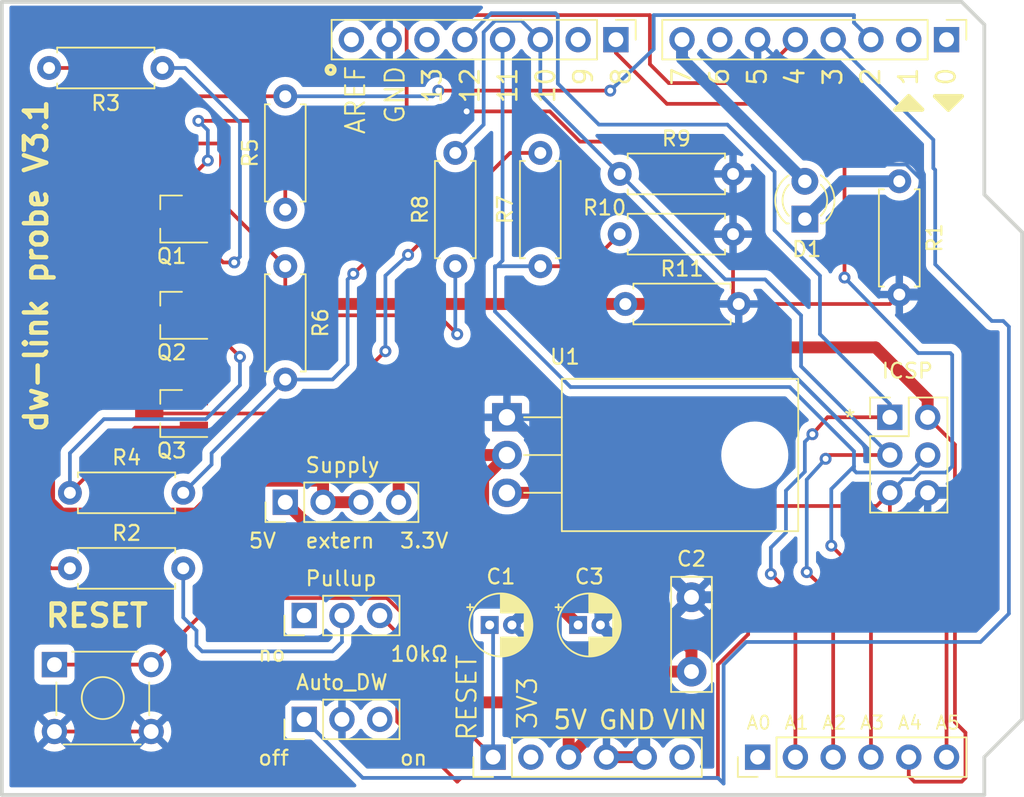
<source format=kicad_pcb>
(kicad_pcb (version 20221018) (generator pcbnew)
  (title_block (title "dw-link probe (THT)") (date "2023-09-04") (rev "1.0"))
  (layers (0 "F.Cu" signal) (31 "B.Cu" signal) (34 "B.Paste" user) (35 "F.Paste" user) (36 "B.SilkS" user "B.Silkscreen") (37 "F.SilkS" user "F.Silkscreen") (38 "B.Mask" user) (39 "F.Mask" user) (44 "Edge.Cuts" user))
  (net 0 "")
  (net 1 "GND")
  (net 2 "VCC")
  (net 3 "Net-(Auto_DW1-Pin_1)")
  (net 5 "Net-(AD1-Pad3)")
  (net 6 "Net-(AD1-Pad4)")
  (net 8 "Net-(Supply1-Pin_1)")
  (net 9 "Net-(D1-K)")
  (net 10 "Net-(D1-A)")
  (net 11 "Net-(Supply1-Pin_4)")
  (net 17 "Net-(IOL1-Pad3)")
  (net 18 "Net-(Pullup1-Pin_3)")
  (net 19 "Net-(IOL1-Pad5)")
  (net 22 "Net-(Pullup1-Pin_2)")
  (net 23 "Net-(C1-Pad1)")
  (net 26 "Net-(Q1-G)")
  (net 27 "Net-(Q2-G)")
  (net 28 "Net-(Q3-D)")
  (net 29 "Net-(Q1-S)")
  (net 30 "Net-(Q2-D)")
  (net 31 "Net-(AD1-Pad2)")
  (footprint "Resistor_THT:R_Axial_DIN0207_L6.3mm_D2.5mm_P7.62mm_Horizontal" (layer "F.Cu") (at 101.092 106.68)
    (fp_text reference "R2" (at 3.81 -2.37) (layer "F.SilkS"))
    (fp_text value "10kΩ")
    (pad "1" thru_hole circle (at 0 0) (size 1.6 1.6) (drill 0.8) (layers "*.Cu" "*.Mask") (net 2 "VCC"))
    (pad "2" thru_hole oval (at 7.62 0) (size 1.6 1.6) (drill 0.8) (layers "*.Cu" "*.Mask") (net 22 "Net-(Pullup1-Pin_2)"))
  )
  (footprint "Resistor_THT:R_Axial_DIN0207_L6.3mm_D2.5mm_P7.62mm_Horizontal" (layer "F.Cu") (at 132.715 86.36 90)
    (fp_text reference "R7" (at 3.81 -2.37 90) (layer "F.SilkS"))
    (fp_text value "680Ω")
    (pad "1" thru_hole circle (at 0 0 90) (size 1.6 1.6) (drill 0.8) (layers "*.Cu" "*.Mask") (net 6 "Net-(AD1-Pad4)"))
    (pad "2" thru_hole oval (at 7.62 0 90) (size 1.6 1.6) (drill 0.8) (layers "*.Cu" "*.Mask") (net 28 "Net-(Q3-D)"))
  )
  (footprint "Resistor_THT:R_Axial_DIN0207_L6.3mm_D2.5mm_P7.62mm_Horizontal" (layer "F.Cu") (at 138.049 80.151)
    (fp_text reference "R9" (at 3.81 -2.37) (layer "F.SilkS"))
    (fp_text value "10MΩ")
    (pad "1" thru_hole circle (at 0 0) (size 1.6 1.6) (drill 0.8) (layers "*.Cu" "*.Mask") (net 5 "Net-(AD1-Pad3)"))
    (pad "2" thru_hole oval (at 7.62 0) (size 1.6 1.6) (drill 0.8) (layers "*.Cu" "*.Mask") (net 1 "GND"))
  )
  (footprint "Resistor_THT:R_Axial_DIN0207_L6.3mm_D2.5mm_P7.62mm_Horizontal" (layer "F.Cu") (at 101.092 101.6)
    (fp_text reference "R4" (at 3.81 -2.37) (layer "F.SilkS"))
    (fp_text value "220Ω")
    (pad "1" thru_hole circle (at 0 0) (size 1.6 1.6) (drill 0.8) (layers "*.Cu" "*.Mask") (net 27 "Net-(Q2-G)"))
    (pad "2" thru_hole oval (at 7.62 0) (size 1.6 1.6) (drill 0.8) (layers "*.Cu" "*.Mask") (net 19 "Net-(IOL1-Pad5)"))
  )
  (footprint "Resistor_THT:R_Axial_DIN0207_L6.3mm_D2.5mm_P7.62mm_Horizontal" (layer "F.Cu") (at 138.43 88.9)
    (fp_text reference "R11" (at 3.81 -2.37) (layer "F.SilkS"))
    (fp_text value "10MΩ")
    (pad "1" thru_hole circle (at 0 0) (size 1.6 1.6) (drill 0.8) (layers "*.Cu" "*.Mask") (net 2 "VCC"))
    (pad "2" thru_hole oval (at 7.62 0) (size 1.6 1.6) (drill 0.8) (layers "*.Cu" "*.Mask") (net 1 "GND"))
  )
  (footprint "Connector_PinHeader_2.54mm:PinHeader_2x03_P2.54mm_Vertical" (layer "F.Cu") (at 156.21 96.52)
    (fp_text reference "JP1" hide)
    (fp_text value "ARDUINO_CONN-ICSP" hide)
    (pad "1" thru_hole rect (at 0 0) (size 1.7 1.7) (drill 1) (layers "*.Cu" "*.Mask") (net 31 "Net-(AD1-Pad2)"))
    (pad "2" thru_hole oval (at 2.54 0) (size 1.7 1.7) (drill 1) (layers "*.Cu" "*.Mask") (net 2 "VCC"))
    (pad "3" thru_hole oval (at 0 2.54) (size 1.7 1.7) (drill 1) (layers "*.Cu" "*.Mask") (net 5 "Net-(AD1-Pad3)"))
    (pad "4" thru_hole oval (at 2.54 2.54) (size 1.7 1.7) (drill 1) (layers "*.Cu" "*.Mask") (net 6 "Net-(AD1-Pad4)"))
    (pad "5" thru_hole oval (at 0 5.08) (size 1.7 1.7) (drill 1) (layers "*.Cu" "*.Mask") (net 18 "Net-(Pullup1-Pin_3)"))
    (pad "6" thru_hole oval (at 2.54 5.08) (size 1.7 1.7) (drill 1) (layers "*.Cu" "*.Mask") (net 1 "GND"))
  )
  (footprint "Package_TO_SOT_SMD:SOT-23_Handsoldering" (layer "F.Cu") (at 107.926 83.185 180)
    (fp_text reference "Q1" (at 0 -2.5 180) (layer "F.SilkS"))
    (fp_text value "IRLML6402")
    (pad "1" smd rect (at -1.5 -0.95 180) (size 1.9 0.8) (layers "F.Cu" "F.Paste" "F.Mask") (net 26 "Net-(Q1-G)"))
    (pad "2" smd rect (at -1.5 0.95 180) (size 1.9 0.8) (layers "F.Cu" "F.Paste" "F.Mask") (net 29 "Net-(Q1-S)"))
    (pad "3" smd rect (at 1.5 0 180) (size 1.9 0.8) (layers "F.Cu" "F.Paste" "F.Mask") (net 2 "VCC"))
  )
  (footprint "Connector_PinHeader_2.54mm:PinHeader_1x03_P2.54mm_Vertical" (layer "F.Cu") (at 116.84 109.855 90)
    (fp_text reference "Pullup1" hide)
    (fp_text value "Conn_01x03" hide)
    (pad "1" thru_hole rect (at 0 0 90) (size 1.7 1.7) (drill 1) (layers "*.Cu" "*.Mask"))
    (pad "2" thru_hole oval (at 0 2.54 90) (size 1.7 1.7) (drill 1) (layers "*.Cu" "*.Mask") (net 22 "Net-(Pullup1-Pin_2)"))
    (pad "3" thru_hole oval (at 0 5.08 90) (size 1.7 1.7) (drill 1) (layers "*.Cu" "*.Mask") (net 18 "Net-(Pullup1-Pin_3)"))
  )
  (footprint "Resistor_THT:R_Axial_DIN0207_L6.3mm_D2.5mm_P7.62mm_Horizontal" (layer "F.Cu") (at 127 86.36 90)
    (fp_text reference "R8" (at 3.81 -2.37 90) (layer "F.SilkS"))
    (fp_text value "680Ω")
    (pad "1" thru_hole circle (at 0 0 90) (size 1.6 1.6) (drill 0.8) (layers "*.Cu" "*.Mask") (net 30 "Net-(Q2-D)"))
    (pad "2" thru_hole oval (at 7.62 0 90) (size 1.6 1.6) (drill 0.8) (layers "*.Cu" "*.Mask") (net 5 "Net-(AD1-Pad3)"))
  )
  (footprint "Connector_PinHeader_2.54mm:PinHeader_1x08_P2.54mm_Vertical" (layer "F.Cu") (at 137.795 71.12 -90)
    (fp_text reference "IOH1" hide)
    (fp_text value "PINHD-1X8" hide)
    (pad "1" thru_hole rect (at 0 0 270) (size 1.7 1.7) (drill 1) (layers "*.Cu" "*.Mask") (net 18 "Net-(Pullup1-Pin_3)"))
    (pad "2" thru_hole oval (at 0 2.54 270) (size 1.7 1.7) (drill 1) (layers "*.Cu" "*.Mask"))
    (pad "3" thru_hole oval (at 0 5.08 270) (size 1.7 1.7) (drill 1) (layers "*.Cu" "*.Mask") (net 5 "Net-(AD1-Pad3)"))
    (pad "4" thru_hole oval (at 0 7.62 270) (size 1.7 1.7) (drill 1) (layers "*.Cu" "*.Mask") (net 6 "Net-(AD1-Pad4)"))
    (pad "5" thru_hole oval (at 0 10.16 270) (size 1.7 1.7) (drill 1) (layers "*.Cu" "*.Mask") (net 31 "Net-(AD1-Pad2)"))
    (pad "6" thru_hole oval (at 0 12.7 270) (size 1.7 1.7) (drill 1) (layers "*.Cu" "*.Mask"))
    (pad "7" thru_hole oval (at 0 15.24 270) (size 1.7 1.7) (drill 1) (layers "*.Cu" "*.Mask") (net 1 "GND"))
    (pad "8" thru_hole oval (at 0 17.78 270) (size 1.7 1.7) (drill 1) (layers "*.Cu" "*.Mask"))
  )
  (footprint "Package_TO_SOT_SMD:SOT-23_Handsoldering" (layer "F.Cu") (at 107.926 96.266 180)
    (fp_text reference "Q3" (at 0 -2.5) (layer "F.SilkS"))
    (fp_text value "IRLML6402")
    (pad "1" smd rect (at -1.5 -0.95 180) (size 1.9 0.8) (layers "F.Cu" "F.Paste" "F.Mask") (net 27 "Net-(Q2-G)"))
    (pad "2" smd rect (at -1.5 0.95 180) (size 1.9 0.8) (layers "F.Cu" "F.Paste" "F.Mask") (net 2 "VCC"))
    (pad "3" smd rect (at 1.5 0 180) (size 1.9 0.8) (layers "F.Cu" "F.Paste" "F.Mask") (net 28 "Net-(Q3-D)"))
  )
  (footprint "Connector_PinHeader_2.54mm:PinHeader_1x06_P2.54mm_Vertical" (layer "F.Cu") (at 129.54 119.38 90)
    (fp_text reference "POWER1" hide)
    (fp_text value "PINHD-1X6" hide)
    (pad "1" thru_hole rect (at 0 0 90) (size 1.7 1.7) (drill 1) (layers "*.Cu" "*.Mask") (net 23 "Net-(C1-Pad1)"))
    (pad "2" thru_hole oval (at 0 2.54 90) (size 1.7 1.7) (drill 1) (layers "*.Cu" "*.Mask"))
    (pad "3" thru_hole oval (at 0 5.08 90) (size 1.7 1.7) (drill 1) (layers "*.Cu" "*.Mask") (net 8 "Net-(Supply1-Pin_1)"))
    (pad "4" thru_hole oval (at 0 7.62 90) (size 1.7 1.7) (drill 1) (layers "*.Cu" "*.Mask") (net 1 "GND"))
    (pad "5" thru_hole oval (at 0 10.16 90) (size 1.7 1.7) (drill 1) (layers "*.Cu" "*.Mask") (net 1 "GND"))
    (pad "6" thru_hole oval (at 0 12.7 90) (size 1.7 1.7) (drill 1) (layers "*.Cu" "*.Mask"))
  )
  (footprint "Connector_PinHeader_2.54mm:PinHeader_1x06_P2.54mm_Vertical" (layer "F.Cu") (at 147.32 119.38 90)
    (fp_text reference "AD1" hide)
    (fp_text value "PINHD-1X6" hide)
    (pad "1" thru_hole rect (at 0 0 90) (size 1.7 1.7) (drill 1) (layers "*.Cu" "*.Mask"))
    (pad "2" thru_hole oval (at 0 2.54 90) (size 1.7 1.7) (drill 1) (layers "*.Cu" "*.Mask") (net 31 "Net-(AD1-Pad2)"))
    (pad "3" thru_hole oval (at 0 5.08 90) (size 1.7 1.7) (drill 1) (layers "*.Cu" "*.Mask") (net 5 "Net-(AD1-Pad3)"))
    (pad "4" thru_hole oval (at 0 7.62 90) (size 1.7 1.7) (drill 1) (layers "*.Cu" "*.Mask") (net 6 "Net-(AD1-Pad4)"))
    (pad "5" thru_hole oval (at 0 10.16 90) (size 1.7 1.7) (drill 1) (layers "*.Cu" "*.Mask") (net 2 "VCC"))
    (pad "6" thru_hole oval (at 0 12.7 90) (size 1.7 1.7) (drill 1) (layers "*.Cu" "*.Mask") (net 18 "Net-(Pullup1-Pin_3)"))
  )
  (footprint "Button_Switch_THT:SW_TH_Tactile_Omron_B3F-10xx" (layer "F.Cu") (at 100.053 113.157)
    (fp_text reference "SW1" hide)
    (fp_text value "SW_Push")
    (pad "1" thru_hole rect (at 0 0) (size 1.7 1.7) (drill 1) (layers "*.Cu" "*.Mask") (net 23 "Net-(C1-Pad1)"))
    (pad "1" thru_hole circle (at 6.5 0) (size 1.7 1.7) (drill 1) (layers "*.Cu" "*.Mask") (net 23 "Net-(C1-Pad1)"))
    (pad "2" thru_hole circle (at 0 4.5) (size 1.7 1.7) (drill 1) (layers "*.Cu" "*.Mask") (net 1 "GND"))
    (pad "2" thru_hole circle (at 6.5 4.5) (size 1.7 1.7) (drill 1) (layers "*.Cu" "*.Mask") (net 1 "GND"))
  )
  (footprint "Connector_PinHeader_2.54mm:PinHeader_1x04_P2.54mm_Vertical" (layer "F.Cu") (at 115.57 102.235 90)
    (fp_text reference "Supply1" hide)
    (fp_text value "Conn_01x04" hide)
    (pad "1" thru_hole rect (at 0 0 90) (size 1.7 1.7) (drill 1) (layers "*.Cu" "*.Mask") (net 8 "Net-(Supply1-Pin_1)"))
    (pad "2" thru_hole oval (at 0 2.54 90) (size 1.7 1.7) (drill 1) (layers "*.Cu" "*.Mask") (net 29 "Net-(Q1-S)"))
    (pad "3" thru_hole oval (at 0 5.08 90) (size 1.7 1.7) (drill 1) (layers "*.Cu" "*.Mask") (net 29 "Net-(Q1-S)"))
    (pad "4" thru_hole oval (at 0 7.62 90) (size 1.7 1.7) (drill 1) (layers "*.Cu" "*.Mask") (net 11 "Net-(Supply1-Pin_4)"))
  )
  (footprint "Capacitor_THT:CP_Radial_D4.0mm_P1.50mm" (layer "F.Cu") (at 129.31 110.49)
    (fp_text reference "C1" (at 0.75 -3.25) (layer "F.SilkS"))
    (fp_text value "10µF")
    (pad "1" thru_hole rect (at 0 0) (size 1.2 1.2) (drill 0.6) (layers "*.Cu" "*.Mask") (net 23 "Net-(C1-Pad1)"))
    (pad "2" thru_hole circle (at 1.5 0) (size 1.2 1.2) (drill 0.6) (layers "*.Cu" "*.Mask") (net 1 "GND"))
  )
  (footprint "Resistor_THT:R_Axial_DIN0207_L6.3mm_D2.5mm_P7.62mm_Horizontal" (layer "F.Cu") (at 115.57 82.55 90)
    (fp_text reference "R5" (at 3.81 -2.37 90) (layer "F.SilkS"))
    (fp_text value "10kΩ")
    (pad "1" thru_hole circle (at 0 0 90) (size 1.6 1.6) (drill 0.8) (layers "*.Cu" "*.Mask") (net 29 "Net-(Q1-S)"))
    (pad "2" thru_hole oval (at 7.62 0 90) (size 1.6 1.6) (drill 0.8) (layers "*.Cu" "*.Mask") (net 17 "Net-(IOL1-Pad3)"))
  )
  (footprint "LED_THT:LED_D3.0mm" (layer "F.Cu") (at 150.495 83.19 90)
    (fp_text reference "D1" (at -2.027 0.127 180) (layer "F.SilkS"))
    (fp_text value "LED")
    (pad "1" thru_hole rect (at 0 0 90) (size 1.8 1.8) (drill 0.9) (layers "*.Cu" "*.Mask") (net 9 "Net-(D1-K)"))
    (pad "2" thru_hole circle (at 2.54 0 90) (size 1.8 1.8) (drill 0.9) (layers "*.Cu" "*.Mask") (net 10 "Net-(D1-A)"))
  )
  (footprint "Resistor_THT:R_Axial_DIN0207_L6.3mm_D2.5mm_P7.62mm_Horizontal" (layer "F.Cu") (at 115.57 86.36 -90)
    (fp_text reference "R6" (at 3.81 -2.37 90) (layer "F.SilkS"))
    (fp_text value "10kΩ")
    (pad "1" thru_hole circle (at 0 0 270) (size 1.6 1.6) (drill 0.8) (layers "*.Cu" "*.Mask") (net 2 "VCC"))
    (pad "2" thru_hole oval (at 7.62 0 270) (size 1.6 1.6) (drill 0.8) (layers "*.Cu" "*.Mask") (net 19 "Net-(IOL1-Pad5)"))
  )
  (footprint "Package_TO_SOT_THT:TO-220-3_Horizontal_TabDown" (layer "F.Cu") (at 130.47 96.52 -90)
    (fp_text reference "U1" (at -4.064 -3.896 -180) (layer "F.SilkS"))
    (fp_text value "LM1117T-3.3" hide)
    (pad "" np_thru_hole oval (at 2.54 -16.66 270) (size 3.5 3.5) (drill 3.5) (layers "*.Cu" "*.Mask"))
    (pad "1" thru_hole rect (at 0 0 270) (size 1.905 2) (drill 1.1) (layers "*.Cu" "*.Mask") (net 1 "GND"))
    (pad "2" thru_hole oval (at 2.54 0 270) (size 1.905 2) (drill 1.1) (layers "*.Cu" "*.Mask") (net 11 "Net-(Supply1-Pin_4)"))
    (pad "3" thru_hole oval (at 5.08 0 270) (size 1.905 2) (drill 1.1) (layers "*.Cu" "*.Mask") (net 8 "Net-(Supply1-Pin_1)"))
  )
  (footprint "Package_TO_SOT_SMD:SOT-23_Handsoldering" (layer "F.Cu") (at 107.926 89.662 180)
    (fp_text reference "Q2" (at 0 -2.5 180) (layer "F.SilkS"))
    (fp_text value "IRLML6402")
    (pad "1" smd rect (at -1.5 -0.95 180) (size 1.9 0.8) (layers "F.Cu" "F.Paste" "F.Mask") (net 27 "Net-(Q2-G)"))
    (pad "2" smd rect (at -1.5 0.95 180) (size 1.9 0.8) (layers "F.Cu" "F.Paste" "F.Mask") (net 2 "VCC"))
    (pad "3" smd rect (at 1.5 0 180) (size 1.9 0.8) (layers "F.Cu" "F.Paste" "F.Mask") (net 30 "Net-(Q2-D)"))
  )
  (footprint "Resistor_THT:R_Axial_DIN0207_L6.3mm_D2.5mm_P7.62mm_Horizontal" (layer "F.Cu") (at 138.049 84.201)
    (fp_text reference "R10" (at -1.016 -1.778) (layer "F.SilkS"))
    (fp_text value "10MΩ")
    (pad "1" thru_hole circle (at 0 0) (size 1.6 1.6) (drill 0.8) (layers "*.Cu" "*.Mask") (net 6 "Net-(AD1-Pad4)"))
    (pad "2" thru_hole oval (at 7.62 0) (size 1.6 1.6) (drill 0.8) (layers "*.Cu" "*.Mask") (net 1 "GND"))
  )
  (footprint "Capacitor_THT:CP_Radial_D4.0mm_P1.50mm" (layer "F.Cu") (at 135.255 110.49)
    (fp_text reference "C3" (at 0.75 -3.25) (layer "F.SilkS"))
    (fp_text value "10µF")
    (pad "1" thru_hole rect (at 0 0) (size 1.2 1.2) (drill 0.6) (layers "*.Cu" "*.Mask") (net 11 "Net-(Supply1-Pin_4)"))
    (pad "2" thru_hole circle (at 1.5 0) (size 1.2 1.2) (drill 0.6) (layers "*.Cu" "*.Mask") (net 1 "GND"))
  )
  (footprint "Resistor_THT:R_Axial_DIN0207_L6.3mm_D2.5mm_P7.62mm_Horizontal" (layer "F.Cu") (at 156.845 80.645 -90)
    (fp_text reference "R1" (at 3.81 -2.37 90) (layer "F.SilkS"))
    (fp_text value "1kΩ")
    (pad "1" thru_hole circle (at 0 0 270) (size 1.6 1.6) (drill 0.8) (layers "*.Cu" "*.Mask") (net 9 "Net-(D1-K)"))
    (pad "2" thru_hole oval (at 7.62 0 270) (size 1.6 1.6) (drill 0.8) (layers "*.Cu" "*.Mask") (net 1 "GND"))
  )
  (footprint "Connector_PinHeader_2.54mm:PinHeader_1x03_P2.54mm_Vertical" (layer "F.Cu") (at 116.84 116.84 90)
    (fp_text reference "Auto_DW1" hide)
    (fp_text value "Conn_01x03" hide)
    (pad "1" thru_hole rect (at 0 0 90) (size 1.7 1.7) (drill 1) (layers "*.Cu" "*.Mask") (net 3 "Net-(Auto_DW1-Pin_1)"))
    (pad "2" thru_hole oval (at 0 2.54 90) (size 1.7 1.7) (drill 1) (layers "*.Cu" "*.Mask") (net 1 "GND"))
    (pad "3" thru_hole oval (at 0 5.08 90) (size 1.7 1.7) (drill 1) (layers "*.Cu" "*.Mask"))
  )
  (footprint "Capacitor_THT:C_Disc_D7.5mm_W2.5mm_P5.00mm" (layer "F.Cu") (at 142.875 113.625 90)
    (fp_text reference "C2" (at 7.58 0 180) (layer "F.SilkS"))
    (fp_text value "100nF" hide)
    (pad "1" thru_hole circle (at 0 0 90) (size 2 2) (drill 1) (layers "*.Cu" "*.Mask") (net 8 "Net-(Supply1-Pin_1)"))
    (pad "2" thru_hole circle (at 5 0 90) (size 2 2) (drill 1) (layers "*.Cu" "*.Mask") (net 1 "GND"))
  )
  (footprint "Connector_PinHeader_2.54mm:PinHeader_1x08_P2.54mm_Vertical" (layer "F.Cu") (at 160.02 71.12 -90)
    (fp_text reference "IOL1" hide)
    (fp_text value "PINHD-1X8" hide)
    (pad "1" thru_hole rect (at 0 0 270) (size 1.7 1.7) (drill 1) (layers "*.Cu" "*.Mask"))
    (pad "2" thru_hole oval (at 0 2.54 270) (size 1.7 1.7) (drill 1) (layers "*.Cu" "*.Mask"))
    (pad "3" thru_hole oval (at 0 5.08 270) (size 1.7 1.7) (drill 1) (layers "*.Cu" "*.Mask") (net 17 "Net-(IOL1-Pad3)"))
    (pad "4" thru_hole oval (at 0 7.62 270) (size 1.7 1.7) (drill 1) (layers "*.Cu" "*.Mask") (net 3 "Net-(Auto_DW1-Pin_1)"))
    (pad "5" thru_hole oval (at 0 10.16 270) (size 1.7 1.7) (drill 1) (layers "*.Cu" "*.Mask") (net 19 "Net-(IOL1-Pad5)"))
    (pad "6" thru_hole oval (at 0 12.7 270) (size 1.7 1.7) (drill 1) (layers "*.Cu" "*.Mask") (net 1 "GND"))
    (pad "7" thru_hole oval (at 0 15.24 270) (size 1.7 1.7) (drill 1) (layers "*.Cu" "*.Mask"))
    (pad "8" thru_hole oval (at 0 17.78 270) (size 1.7 1.7) (drill 1) (layers "*.Cu" "*.Mask") (net 10 "Net-(D1-A)"))
  )
  (footprint "Resistor_THT:R_Axial_DIN0207_L6.3mm_D2.5mm_P7.62mm_Horizontal" (layer "F.Cu") (at 107.315 73.025 180)
    (fp_text reference "R3" (at 3.81 -2.37) (layer "F.SilkS"))
    (fp_text value "220Ω")
    (pad "1" thru_hole circle (at 0 0 180) (size 1.6 1.6) (drill 0.8) (layers "*.Cu" "*.Mask") (net 26 "Net-(Q1-G)"))
    (pad "2" thru_hole oval (at 7.62 0 180) (size 1.6 1.6) (drill 0.8) (layers "*.Cu" "*.Mask") (net 17 "Net-(IOL1-Pad3)"))
  )
  (gr_line (start 159.639 75.057) (end 160.655 75.057) (stroke (width 0.3048)) (layer "F.SilkS"))
  (gr_line (start 157.48 74.93) (end 156.591 75.819) (stroke (width 0.3048)) (layer "F.SilkS"))
  (gr_circle (center 118.618 73.152) (end 118.872 73.152) (stroke (width 0.3048)) (fill none) (layer "F.SilkS"))
  (gr_line (start 160.147 75.819) (end 161.036 74.93) (stroke (width 0.3048)) (layer "F.SilkS"))
  (gr_line (start 160.147 75.311) (end 160.147 75.438) (stroke (width 0.3048)) (layer "F.SilkS"))
  (gr_line (start 157.226 75.692) (end 157.607 75.438) (stroke (width 0.3048)) (layer "F.SilkS"))
  (gr_line (start 160.147 75.565) (end 159.766 75.184) (stroke (width 0.3048)) (layer "F.SilkS"))
  (gr_line (start 159.258 74.93) (end 160.147 75.819) (stroke (width 0.3048)) (layer "F.SilkS"))
  (gr_line (start 156.591 75.819) (end 158.369 75.819) (stroke (width 0.3048)) (layer "F.SilkS"))
  (gr_line (start 157.48 75.184) (end 157.988 75.692) (stroke (width 0.3048)) (layer "F.SilkS"))
  (gr_line (start 158.369 75.819) (end 157.48 74.93) (stroke (width 0.3048)) (layer "F.SilkS"))
  (gr_line (start 156.972 75.692) (end 157.48 75.184) (stroke (width 0.3048)) (layer "F.SilkS"))
  (gr_line (start 161.036 74.93) (end 159.258 74.93) (stroke (width 0.3048)) (layer "F.SilkS"))
  (gr_line (start 157.988 75.692) (end 157.226 75.692) (stroke (width 0.3048)) (layer "F.SilkS"))
  (gr_line (start 160.655 75.057) (end 160.147 75.565) (stroke (width 0.3048)) (layer "F.SilkS"))
  (gr_line (start 159.766 75.184) (end 160.274 75.184) (stroke (width 0.3048)) (layer "F.SilkS"))
  (gr_line (start 165.1 84.074) (end 165.1 116.84) (stroke (width 0.254)) (layer "Edge.Cuts"))
  (gr_line (start 96.52 121.92) (end 96.52 68.58) (stroke (width 0.254)) (layer "Edge.Cuts"))
  (gr_line (start 165.1 116.84) (end 162.56 119.38) (stroke (width 0.254)) (layer "Edge.Cuts"))
  (gr_line (start 161.036 68.58) (end 162.56 70.104) (stroke (width 0.254)) (layer "Edge.Cuts"))
  (gr_line (start 96.52 68.58) (end 161.036 68.58) (stroke (width 0.254)) (layer "Edge.Cuts"))
  (gr_line (start 162.56 121.92) (end 96.52 121.92) (stroke (width 0.254)) (layer "Edge.Cuts"))
  (gr_line (start 162.56 81.534) (end 165.1 84.074) (stroke (width 0.254)) (layer "Edge.Cuts"))
  (gr_line (start 162.56 70.104) (end 162.56 81.534) (stroke (width 0.254)) (layer "Edge.Cuts"))
  (gr_line (start 162.56 119.38) (end 162.56 121.92) (stroke (width 0.254)) (layer "Edge.Cuts"))
  (gr_text "3" (at 151.638 72.898 90) (layer "F.SilkS") (effects (font (size 1.251712 1.251712) (thickness 0.170688)) (justify right top)))
  (gr_text "5V" (at 133.477 117.602) (layer "F.SilkS") (effects (font (size 1.251712 1.251712) (thickness 0.170688)) (justify left bottom)))
  (gr_text "dw-link probe V3.1" (at 99.695 97.663 90) (layer "F.SilkS") (effects (font (size 1.5 1.5) (thickness 0.3) bold) (justify left bottom)))
  (gr_text "A0" (at 146.5086 117.5898) (layer "F.SilkS") (effects (font (size 0.89408 0.89408) (thickness 0.12192)) (justify left bottom)))
  (gr_text "RESET" (at 128.524 118.364 90) (layer "F.SilkS") (effects (font (size 1.28016 1.28016) (thickness 0.14224)) (justify left bottom)))
  (gr_text "no" (at 113.665 113.03) (layer "F.SilkS") (effects (font (size 1 1)) (justify left bottom)))
  (gr_text "10kΩ" (at 122.555 113.03) (layer "F.SilkS") (effects (font (size 1 1)) (justify left bottom)))
  (gr_text "Supply" (at 116.84 100.33) (layer "F.SilkS") (effects (font (size 1 1)) (justify left bottom)))
  (gr_text "A4" (at 156.6686 117.5898) (layer "F.SilkS") (effects (font (size 0.89408 0.89408) (thickness 0.12192)) (justify left bottom)))
  (gr_text "1" (at 156.718 72.898 90) (layer "F.SilkS") (effects (font (size 1.251712 1.251712) (thickness 0.170688)) (justify right top)))
  (gr_text "3.3V" (at 123.19 105.41) (layer "F.SilkS") (effects (font (size 1 1)) (justify left bottom)))
  (gr_text "A1" (at 149.0486 117.5898) (layer "F.SilkS") (effects (font (size 0.89408 0.89408) (thickness 0.12192)) (justify left bottom)))
  (gr_text "GND" (at 122.193 72.7832 90) (layer "F.SilkS") (effects (font (size 1.28016 1.28016) (thickness 0.14224)) (justify right top)))
  (gr_text "A2" (at 151.5886 117.5898) (layer "F.SilkS") (effects (font (size 0.89408 0.89408) (thickness 0.12192)) (justify left bottom)))
  (gr_text "8" (at 137.414 72.898 90) (layer "F.SilkS") (effects (font (size 1.251712 1.251712) (thickness 0.170688)) (justify right top)))
  (gr_text "A5" (at 159.2086 117.5898) (layer "F.SilkS") (effects (font (size 0.89408 0.89408) (thickness 0.12192)) (justify left bottom)))
  (gr_text "11" (at 129.794 72.898 90) (layer "F.SilkS") (effects (font (size 1.251712 1.251712) (thickness 0.170688)) (justify right top)))
  (gr_text "10" (at 132.334 72.898 90) (layer "F.SilkS") (effects (font (size 1.251712 1.251712) (thickness 0.170688)) (justify right top)))
  (gr_text "3V3" (at 132.588 117.602 90) (layer "F.SilkS") (effects (font (size 1.28016 1.28016) (thickness 0.14224)) (justify left bottom)))
  (gr_text "*" (at 153.035 97.155) (layer "F.SilkS") (effects (font (size 1 1)) (justify left bottom)))
  (gr_text "on" (at 123.19 120.015) (layer "F.SilkS") (effects (font (size 1 1)) (justify left bottom)))
  (gr_text "6" (at 144.018 72.898 90) (layer "F.SilkS") (effects (font (size 1.251712 1.251712) (thickness 0.170688)) (justify right top)))
  (gr_text "RESET" (at 99.314 110.744) (layer "F.SilkS") (effects (font (size 1.5 1.5) (thickness 0.3) bold) (justify left bottom)))
  (gr_text "GND" (at 136.5334 117.6152) (layer "F.SilkS") (effects (font (size 1.251712 1.251712) (thickness 0.170688)) (justify left bottom)))
  (gr_text "4" (at 149.098 72.898 90) (layer "F.SilkS") (effects (font (size 1.251712 1.251712) (thickness 0.170688)) (justify right top)))
  (gr_text "extern" (at 116.84 105.41) (layer "F.SilkS") (effects (font (size 1 1)) (justify left bottom)))
  (gr_text "5" (at 146.558 72.898 90) (layer "F.SilkS") (effects (font (size 1.251712 1.251712) (thickness 0.170688)) (justify right top)))
  (gr_text "12" (at 127.254 72.898 90) (layer "F.SilkS") (effects (font (size 1.251712 1.251712) (thickness 0.170688)) (justify right top)))
  (gr_text "A3" (at 154.1286 117.5898) (layer "F.SilkS") (effects (font (size 0.89408 0.89408) (thickness 0.12192)) (justify left bottom)))
  (gr_text "0" (at 159.258 72.898 90) (layer "F.SilkS") (effects (font (size 1.251712 1.251712) (thickness 0.170688)) (justify right top)))
  (gr_text "Auto_DW" (at 116.205 114.935) (layer "F.SilkS") (effects (font (size 1 1)) (justify left bottom)))
  (gr_text "AREF" (at 119.5368 72.7578 90) (layer "F.SilkS") (effects (font (size 1.28016 1.28016) (thickness 0.14224)) (justify right top)))
  (gr_text "Pullup" (at 116.84 107.95) (layer "F.SilkS") (effects (font (size 1 1)) (justify left bottom)))
  (gr_text "9" (at 134.874 72.898 90) (layer "F.SilkS") (effects (font (size 1.251712 1.251712) (thickness 0.170688)) (justify right top)))
  (gr_text "7" (at 141.478 72.898 90) (layer "F.SilkS") (effects (font (size 1.251712 1.251712) (thickness 0.170688)) (justify right top)))
  (gr_text "VIN" (at 140.843 117.602) (layer "F.SilkS") (effects (font (size 1.251712 1.251712) (thickness 0.170688)) (justify left bottom)))
  (gr_text "13" (at 124.714 72.898 90) (layer "F.SilkS") (effects (font (size 1.251712 1.251712) (thickness 0.170688)) (justify right top)))
  (gr_text "off" (at 113.665 120.015) (layer "F.SilkS") (effects (font (size 1 1)) (justify left bottom)))
  (gr_text "2" (at 154.178 72.898 90) (layer "F.SilkS") (effects (font (size 1.251712 1.251712) (thickness 0.170688)) (justify right top)))
  (gr_text "5V" (at 113.03 105.41) (layer "F.SilkS") (effects (font (size 1 1)) (justify left bottom)))
  (gr_text "ICSP" (at 155.575 93.98) (layer "F.SilkS") (effects (font (size 1 1)) (justify left bottom)))
  (segment (start 146.05 88.9) (end 156.21 88.9) (width 0.25) (layer "F.Cu") (net 1))
  (segment (start 145.288 77.978) (end 135.382 77.978) (width 0.25) (layer "F.Cu") (net 1))
  (segment (start 145.669 78.359) (end 145.288 77.978) (width 0.25) (layer "F.Cu") (net 1))
  (segment (start 133.35 75.946) (end 127.762 75.946) (width 0.25) (layer "F.Cu") (net 1))
  (segment (start 135.382 77.978) (end 133.35 75.946) (width 0.25) (layer "F.Cu") (net 1))
  (segment (start 127.762 75.946) (end 127.635 75.946) (width 0.25) (layer "F.Cu") (net 1))
  (segment (start 145.669 80.151) (end 145.669 78.359) (width 0.25) (layer "F.Cu") (net 1))
  (segment (start 137.16 119.38) (end 139.7 119.38) (width 0.8) (layer "F.Cu") (net 1))
  (segment (start 145.669 84.201) (end 145.669 88.519) (width 0.25) (layer "F.Cu") (net 1))
  (segment (start 156.21 88.9) (end 156.845 88.265) (width 0.25) (layer "F.Cu") (net 1))
  (segment (start 145.669 88.519) (end 146.05 88.9) (width 0.25) (layer "F.Cu") (net 1))
  (segment (start 100.053 117.657) (end 106.553 117.657) (width 0.25) (layer "F.Cu") (net 1))
  (via (at 127.762 75.946) (size 0.8) (drill 0.4) (layers "F.Cu" "B.Cu") (net 1))
  (segment (start 161.671 101.6) (end 161.925 101.854) (width 0.8) (layer "B.Cu") (net 1))
  (segment (start 139.7 119.38) (end 139.7 111.8) (width 0.8) (layer "B.Cu") (net 1))
  (segment (start 127 73.279) (end 123.063 73.279) (width 0.25) (layer "B.Cu") (net 1))
  (segment (start 106.553 117.657) (end 107.37 116.84) (width 0.25) (layer "B.Cu") (net 1))
  (segment (start 120.904 112.141) (end 126.238 112.141) (width 0.25) (layer "B.Cu") (net 1))
  (segment (start 136.455 109.29) (end 132.01 109.29) (width 0.8) (layer "B.Cu") (net 1))
  (segment (start 130.77 96.52) (end 130.47 96.52) (width 0.8) (layer "B.Cu") (net 1))
  (segment (start 115.443 115.887) (end 115.887 115.443) (width 0.25) (layer "B.Cu") (net 1))
  (segment (start 119.38 115.443) (end 119.38 113.665) (width 0.25) (layer "B.Cu") (net 1))
  (segment (start 127.762 74.041) (end 127 73.279) (width 0.25) (layer "B.Cu") (net 1))
  (segment (start 161.925 91.313) (end 162.306 90.932) (width 0.8) (layer "B.Cu") (net 1))
  (segment (start 136.755 109.59) (end 136.455 109.29) (width 0.8) (layer "B.Cu") (net 1))
  (segment (start 122.555 72.771) (end 122.555 71.12) (width 0.25) (layer "B.Cu") (net 1))
  (segment (start 127 107.315) (end 130.683 107.315) (width 0.25) (layer "B.Cu") (net 1))
  (segment (start 145.669 80.151) (end 145.669 84.201) (width 0.25) (layer "B.Cu") (net 1))
  (segment (start 119.38 116.84) (end 119.38 115.443) (width 0.25) (layer "B.Cu") (net 1))
  (segment (start 136.755 110.49) (end 136.755 109.59) (width 0.8) (layer "B.Cu") (net 1))
  (segment (start 126.238 112.141) (end 126.238 108.077) (width 0.25) (layer "B.Cu") (net 1))
  (segment (start 142.875 108.625) (end 151.725 108.625) (width 0.8) (layer "B.Cu") (net 1))
  (segment (start 138.065 111.8) (end 136.755 110.49) (width 0.8) (layer "B.Cu") (net 1))
  (segment (start 132.01 109.29) (end 131.699 109.601) (width 0.8) (layer "B.Cu") (net 1))
  (segment (start 147.32 71.12) (end 155.72 79.52) (width 0.25) (layer "B.Cu") (net 1))
  (segment (start 119.38 113.665) (end 120.904 112.141) (width 0.25) (layer "B.Cu") (net 1))
  (segment (start 126.238 108.077) (end 127 107.315) (width 0.25) (layer "B.Cu") (net 1))
  (segment (start 151.725 108.625) (end 158.75 101.6) (width 0.8) (layer "B.Cu") (net 1))
  (segment (start 159.639 88.265) (end 156.845 88.265) (width 0.8) (layer "B.Cu") (net 1))
  (segment (start 139.7 111.8) (end 142.875 108.625) (width 0.8) (layer "B.Cu") (net 1))
  (segment (start 130.683 107.315) (end 131.699 108.331) (width 0.25) (layer "B.Cu") (net 1))
  (segment (start 142.875 108.625) (end 130.77 96.52) (width 0.8) (layer "B.Cu") (net 1))
  (segment (start 158.496 80.705009) (end 158.496 88.265) (width 0.25) (layer "B.Cu") (net 1))
  (segment (start 158.75 101.6) (end 161.671 101.6) (width 0.8) (layer "B.Cu") (net 1))
  (segment (start 157.310991 79.52) (end 158.496 80.705009) (width 0.25) (layer "B.Cu") (net 1))
  (segment (start 131.699 108.331) (end 131.699 109.601) (width 0.25) (layer "B.Cu") (net 1))
  (segment (start 115.887 115.443) (end 119.38 115.443) (width 0.25) (layer "B.Cu") (net 1))
  (segment (start 161.925 101.854) (end 161.925 91.313) (width 0.8) (layer "B.Cu") (net 1))
  (segment (start 107.37 116.84) (end 115.443 116.84) (width 0.25) (layer "B.Cu") (net 1))
  (segment (start 139.7 111.8) (end 138.065 111.8) (width 0.8) (layer "B.Cu") (net 1))
  (segment (start 131.699 109.601) (end 130.81 110.49) (width 0.8) (layer "B.Cu") (net 1))
  (segment (start 162.306 90.932) (end 159.639 88.265) (width 0.8) (layer "B.Cu") (net 1))
  (segment (start 115.443 116.84) (end 115.443 115.887) (width 0.25) (layer "B.Cu") (net 1))
  (segment (start 123.063 73.279) (end 122.555 72.771) (width 0.25) (layer "B.Cu") (net 1))
  (segment (start 127.762 75.946) (end 127.762 74.041) (width 0.25) (layer "B.Cu") (net 1))
  (segment (start 155.72 79.52) (end 157.310991 79.52) (width 0.25) (layer "B.Cu") (net 1))
  (segment (start 115.64537 86.36) (end 115.886176 86.119194) (width 0.25) (layer "F.Cu") (net 2))
  (segment (start 107 95.316) (end 103.378 91.694) (width 0.25) (layer "F.Cu") (net 2))
  (segment (start 111.252 78.105) (end 106.162696 78.105) (width 0.25) (layer "F.Cu") (net 2))
  (segment (start 157.48 120.65) (end 157.861 121.031) (width 0.25) (layer "F.Cu") (net 2))
  (segment (start 103.378 91.694) (end 103.378 87.249) (width 0.25) (layer "F.Cu") (net 2))
  (segment (start 99.822 106.68) (end 98.552 105.41) (width 0.25) (layer "F.Cu") (net 2))
  (segment (start 106.162696 78.105) (end 98.552 85.715696) (width 0.25) (layer "F.Cu") (net 2))
  (segment (start 109.426 88.712) (end 108.905 88.712) (width 0.8) (layer "F.Cu") (net 2))
  (segment (start 160.585 117.024) (end 160.585 98.355) (width 0.25) (layer "F.Cu") (net 2))
  (segment (start 115.57 86.36) (end 115.64537 86.36) (width 0.25) (layer "F.Cu") (net 2))
  (segment (start 108.905 88.712) (end 106.299 86.106) (width 0.8) (layer "F.Cu") (net 2))
  (segment (start 138.43 88.9) (end 116.459 88.9) (width 0.8) (layer "F.Cu") (net 2))
  (segment (start 157.48 119.38) (end 157.48 120.65) (width 0.25) (layer "F.Cu") (net 2))
  (segment (start 155.253081 91.821) (end 145.542 91.821) (width 0.8) (layer "F.Cu") (net 2))
  (segment (start 116.459 88.9) (end 115.951 88.9) (width 0.8) (layer "F.Cu") (net 2))
  (segment (start 106.426 85.979) (end 106.426 83.185) (width 0.8) (layer "F.Cu") (net 2))
  (segment (start 116.271 88.712) (end 116.459 88.9) (width 0.8) (layer "F.Cu") (net 2))
  (segment (start 111.252 82.042) (end 111.252 78.105) (width 0.25) (layer "F.Cu") (net 2))
  (segment (start 109.426 88.712) (end 116.271 88.712) (width 0.8) (layer "F.Cu") (net 2))
  (segment (start 104.394 85.979) (end 106.426 85.979) (width 0.25) (layer "F.Cu") (net 2))
  (segment (start 158.75 95.317919) (end 155.253081 91.821) (width 0.8) (layer "F.Cu") (net 2))
  (segment (start 103.251 87.122) (end 104.394 85.979) (width 0.25) (layer "F.Cu") (net 2))
  (segment (start 109.426 95.316) (end 107 95.316) (width 0.25) (layer "F.Cu") (net 2))
  (segment (start 142.621 88.9) (end 138.43 88.9) (width 0.8) (layer "F.Cu") (net 2))
  (segment (start 145.542 91.821) (end 142.621 88.9) (width 0.8) (layer "F.Cu") (net 2))
  (segment (start 161.29 117.729) (end 160.585 117.024) (width 0.25) (layer "F.Cu") (net 2))
  (segment (start 115.57 88.519) (end 115.951 88.9) (width 0.25) (layer "F.Cu") (net 2))
  (segment (start 115.57 86.36) (end 111.252 82.042) (width 0.25) (layer "F.Cu") (net 2))
  (segment (start 161.036 121.031) (end 161.29 120.777) (width 0.25) (layer "F.Cu") (net 2))
  (segment (start 103.378 87.249) (end 103.251 87.122) (width 0.25) (layer "F.Cu") (net 2))
  (segment (start 158.75 96.52) (end 158.75 95.317919) (width 0.8) (layer "F.Cu") (net 2))
  (segment (start 98.552 85.715696) (end 98.552 105.41) (width 0.25) (layer "F.Cu") (net 2))
  (segment (start 161.29 120.777) (end 161.29 117.729) (width 0.25) (layer "F.Cu") (net 2))
  (segment (start 157.861 121.031) (end 161.036 121.031) (width 0.25) (layer "F.Cu") (net 2))
  (segment (start 101.092 106.68) (end 99.822 106.68) (width 0.25) (layer "F.Cu") (net 2))
  (segment (start 115.57 86.36) (end 115.57 88.519) (width 0.25) (layer "F.Cu") (net 2))
  (segment (start 106.299 86.106) (end 106.426 85.979) (width 0.8) (layer "F.Cu") (net 2))
  (segment (start 160.585 98.355) (end 158.75 96.52) (width 0.25) (layer "F.Cu") (net 2))
  (segment (start 159.258 86.233) (end 159.258 79.883) (width 0.25) (layer "B.Cu") (net 3))
  (segment (start 162.306 111.633) (end 164.211 109.728) (width 0.25) (layer "B.Cu") (net 3))
  (segment (start 146.558 111.633) (end 162.306 111.633) (width 0.25) (layer "B.Cu") (net 3))
  (segment (start 159.258 79.883) (end 159.131 79.756) (width 0.25) (layer "B.Cu") (net 3))
  (segment (start 144.653 120.777) (end 145.034 121.158) (width 0.25) (layer "B.Cu") (net 3))
  (segment (start 164.211 90.424) (end 163.83 90.043) (width 0.25) (layer "B.Cu") (net 3))
  (segment (start 159.131 77.851) (end 152.4 71.12) (width 0.25) (layer "B.Cu") (net 3))
  (segment (start 164.211 109.728) (end 164.211 90.424) (width 0.25) (layer "B.Cu") (net 3))
  (segment (start 120.777 120.777) (end 144.653 120.777) (width 0.25) (layer "B.Cu") (net 3))
  (segment (start 145.034 121.158) (end 145.034 113.157) (width 0.25) (layer "B.Cu") (net 3))
  (segment (start 145.034 113.157) (end 146.558 111.633) (width 0.25) (layer "B.Cu") (net 3))
  (segment (start 116.84 116.84) (end 120.777 120.777) (width 0.25) (layer "B.Cu") (net 3))
  (segment (start 159.131 79.756) (end 159.131 77.851) (width 0.25) (layer "B.Cu") (net 3))
  (segment (start 163.068 90.043) (end 159.258 86.233) (width 0.25) (layer "B.Cu") (net 3))
  (segment (start 163.83 90.043) (end 163.068 90.043) (width 0.25) (layer "B.Cu") (net 3))
  (segment (start 152.146 99.06) (end 156.21 99.06) (width 0.25) (layer "F.Cu") (net 5))
  (segment (start 150.622 106.934) (end 150.876 107.061) (width 0.25) (layer "F.Cu") (net 5))
  (segment (start 151.892 99.314) (end 152.146 99.06) (width 0.25) (layer "F.Cu") (net 5))
  (segment (start 152.4 119.38) (end 152.4 108.585) (width 0.25) (layer "F.Cu") (net 5))
  (segment (start 152.4 108.585) (end 150.622 106.934) (width 0.25) (layer "F.Cu") (net 5))
  (via (at 150.622 106.934) (size 0.8) (drill 0.4) (layers "F.Cu" "B.Cu") (net 5))
  (via (at 151.892 99.314) (size 0.8) (drill 0.4) (layers "F.Cu" "B.Cu") (net 5))
  (segment (start 150.622 100.711) (end 151.892 99.314) (width 0.25) (layer "B.Cu") (net 5))
  (segment (start 128.905 76.835) (end 128.905 70.612) (width 0.25) (layer "B.Cu") (net 5))
  (segment (start 127 78.74) (end 128.905 76.835) (width 0.25) (layer "B.Cu") (net 5))
  (segment (start 147.828 87.249) (end 150.241 89.662) (width 0.25) (layer "B.Cu") (net 5))
  (segment (start 128.905 70.612) (end 129.667 69.85) (width 0.25) (layer "B.Cu") (net 5))
  (segment (start 132.715 74.817) (end 132.715 71.12) (width 0.25) (layer "B.Cu") (net 5))
  (segment (start 131.445 69.85) (end 132.715 71.12) (width 0.25) (layer "B.Cu") (net 5))
  (segment (start 151.892 99.314) (end 151.892 99.441) (width 0.25) (layer "B.Cu") (net 5))
  (segment (start 150.622 106.934) (end 150.622 100.711) (width 0.25) (layer "B.Cu") (net 5))
  (segment (start 138.049 80.151) (end 145.147 87.249) (width 0.25) (layer "B.Cu") (net 5))
  (segment (start 145.147 87.249) (end 147.828 87.249) (width 0.25) (layer "B.Cu") (net 5))
  (segment (start 150.241 89.662) (end 150.241 93.091) (width 0.25) (layer "B.Cu") (net 5))
  (segment (start 150.241 93.091) (end 156.21 99.06) (width 0.25) (layer "B.Cu") (net 5))
  (segment (start 129.667 69.85) (end 131.445 69.85) (width 0.25) (layer "B.Cu") (net 5))
  (segment (start 138.049 80.151) (end 132.715 74.817) (width 0.25) (layer "B.Cu") (net 5))
  (segment (start 132.715 86.36) (end 135.89 86.36) (width 0.25) (layer "F.Cu") (net 6))
  (segment (start 154.94 107.823) (end 152.273 105.156) (width 0.25) (layer "F.Cu") (net 6))
  (segment (start 135.89 86.36) (end 138.049 84.201) (width 0.25) (layer "F.Cu") (net 6))
  (segment (start 154.94 119.38) (end 154.94 107.823) (width 0.25) (layer "F.Cu") (net 6))
  (via (at 152.273 105.156) (size 0.8) (drill 0.4) (layers "F.Cu" "B.Cu") (net 6))
  (segment (start 130.175 85.979) (end 129.667 86.487) (width 0.25) (layer "B.Cu") (net 6))
  (segment (start 149.479 94.488) (end 153.797 98.806) (width 0.25) (layer "B.Cu") (net 6))
  (segment (start 157.575 100.235) (end 158.75 99.06) (width 0.25) (layer "B.Cu") (net 6))
  (segment (start 129.667 86.36) (end 132.715 86.36) (width 0.25) (layer "B.Cu") (net 6))
  (segment (start 153.797 99.822) (end 153.797 100.076) (width 0.25) (layer "B.Cu") (net 6))
  (segment (start 153.797 100.076) (end 153.956 100.235) (width 0.25) (layer "B.Cu") (net 6))
  (segment (start 129.667 89.408) (end 134.747 94.488) (width 0.25) (layer "B.Cu") (net 6))
  (segment (start 129.667 86.36) (end 129.667 86.487) (width 0.25) (layer "B.Cu") (net 6))
  (segment (start 152.273 101.346) (end 153.797 99.822) (width 0.25) (layer "B.Cu") (net 6))
  (segment (start 152.273 105.156) (end 152.273 101.346) (width 0.25) (layer "B.Cu") (net 6))
  (segment (start 134.747 94.488) (end 149.479 94.488) (width 0.25) (layer "B.Cu") (net 6))
  (segment (start 130.175 71.12) (end 130.175 85.979) (width 0.25) (layer "B.Cu") (net 6))
  (segment (start 153.956 100.235) (end 157.575 100.235) (width 0.25) (layer "B.Cu") (net 6))
  (segment (start 153.797 98.806) (end 153.797 99.822) (width 0.25) (layer "B.Cu") (net 6))
  (segment (start 129.667 86.487) (end 129.667 89.408) (width 0.25) (layer "B.Cu") (net 6))
  (segment (start 140.375 113.625) (end 142.875 113.625) (width 0.8) (layer "F.Cu") (net 8))
  (segment (start 115.57 102.235) (end 120.142 106.807) (width 0.8) (layer "F.Cu") (net 8))
  (segment (start 120.142 106.807) (end 125.476 106.807) (width 0.8) (layer "F.Cu") (net 8))
  (segment (start 125.476 112.649) (end 128.524 115.697) (width 0.8) (layer "F.Cu") (net 8))
  (segment (start 125.476 106.807) (end 125.476 112.649) (width 0.8) (layer "F.Cu") (net 8))
  (segment (start 142.875 112.141) (end 132.334 101.6) (width 0.8) (layer "F.Cu") (net 8))
  (segment (start 134.62 119.38) (end 140.375 113.625) (width 0.8) (layer "F.Cu") (net 8))
  (segment (start 134.62 117.856) (end 134.62 119.38) (width 0.8) (layer "F.Cu") (net 8))
  (segment (start 142.875 113.625) (end 142.875 112.141) (width 0.8) (layer "F.Cu") (net 8))
  (segment (start 128.524 115.697) (end 132.461 115.697) (width 0.8) (layer "F.Cu") (net 8))
  (segment (start 132.461 115.697) (end 134.62 117.856) (width 0.8) (layer "F.Cu") (net 8))
  (segment (start 132.334 101.6) (end 130.47 101.6) (width 0.8) (layer "F.Cu") (net 8))
  (segment (start 153.04 80.645) (end 150.495 83.19) (width 0.8) (layer "B.Cu") (net 9))
  (segment (start 156.845 80.645) (end 153.04 80.645) (width 0.8) (layer "B.Cu") (net 9))
  (segment (start 150.495 80.65) (end 142.24 72.395) (width 0.8) (layer "B.Cu") (net 10))
  (segment (start 142.24 72.395) (end 142.24 71.12) (width 0.8) (layer "B.Cu") (net 10))
  (segment (start 128.87 104.105) (end 135.255 110.49) (width 0.8) (layer "F.Cu") (net 11))
  (segment (start 123.19 100.457) (end 123.19 102.235) (width 0.8) (layer "F.Cu") (net 11))
  (segment (start 128.87 100.66) (end 128.87 104.105) (width 0.8) (layer "F.Cu") (net 11))
  (segment (start 124.587 99.06) (end 123.19 100.457) (width 0.8) (layer "F.Cu") (net 11))
  (segment (start 130.47 99.06) (end 124.587 99.06) (width 0.8) (layer "F.Cu") (net 11))
  (segment (start 130.47 99.06) (end 128.87 100.66) (width 0.8) (layer "F.Cu") (net 11))
  (segment (start 99.695 73.025) (end 102.108 73.025) (width 0.25) (layer "F.Cu") (net 17))
  (segment (start 104.013 74.93) (end 115.57 74.93) (width 0.25) (layer "F.Cu") (net 17))
  (segment (start 102.108 73.025) (end 104.013 74.93) (width 0.25) (layer "F.Cu") (net 17))
  (segment (start 125.857 74.549) (end 125.603 74.803) (width 0.25) (layer "F.Cu") (net 17))
  (segment (start 137.414 74.549) (end 125.857 74.549) (width 0.25) (layer "F.Cu") (net 17))
  (via (at 125.857 74.549) (size 0.8) (drill 0.4) (layers "F.Cu" "B.Cu") (net 17))
  (via (at 137.414 74.549) (size 0.8) (drill 0.4) (layers "F.Cu" "B.Cu") (net 17))
  (segment (start 140.335 71.755) (end 137.414 74.549) (width 0.25) (layer "B.Cu") (net 17))
  (segment (start 153.797 69.977) (end 153.797 69.469) (width 0.25) (layer "B.Cu") (net 17))
  (segment (start 154.94 71.12) (end 153.797 69.977) (width 0.25) (layer "B.Cu") (net 17))
  (segment (start 125.476 74.93) (end 115.57 74.93) (width 0.25) (layer "B.Cu") (net 17))
  (segment (start 153.797 69.469) (end 140.335 69.469) (width 0.25) (layer "B.Cu") (net 17))
  (segment (start 125.857 74.549) (end 125.476 74.93) (width 0.25) (layer "B.Cu") (net 17))
  (segment (start 140.335 69.469) (end 140.335 71.755) (width 0.25) (layer "B.Cu") (net 17))
  (segment (start 137.414 74.549) (end 137.541 74.549) (width 0.25) (layer "B.Cu") (net 17))
  (segment (start 160.02 119.38) (end 160.02 108.585) (width 0.25) (layer "F.Cu") (net 18))
  (segment (start 123.095 116.999) (end 123.095 111.03) (width 0.25) (layer "F.Cu") (net 18))
  (segment (start 153.162 78.359) (end 150.241 75.438) (width 0.25) (layer "F.Cu") (net 18))
  (segment (start 160.02 108.585) (end 156.21 104.775) (width 0.25) (layer "F.Cu") (net 18))
  (segment (start 146.685 102.489) (end 146.685 111.125) (width 0.25) (layer "F.Cu") (net 18))
  (segment (start 127.127 121.031) (end 123.095 116.999) (width 0.25) (layer "F.Cu") (net 18))
  (segment (start 144.653 120.777) (end 127.381 120.777) (width 0.25) (layer "F.Cu") (net 18))
  (segment (start 123.095 111.03) (end 121.92 109.855) (width 0.25) (layer "F.Cu") (net 18))
  (segment (start 137.795 72.009) (end 137.795 71.12) (width 0.25) (layer "F.Cu") (net 18))
  (segment (start 141.224 75.438) (end 137.795 72.009) (width 0.25) (layer "F.Cu") (net 18))
  (segment (start 156.21 101.6) (end 155.321 102.489) (width 0.25) (layer "F.Cu") (net 18))
  (segment (start 156.21 104.775) (end 156.21 101.6) (width 0.25) (layer "F.Cu") (net 18))
  (segment (start 150.241 75.438) (end 141.224 75.438) (width 0.25) (layer "F.Cu") (net 18))
  (segment (start 153.162 87.122) (end 153.162 78.359) (width 0.25) (layer "F.Cu") (net 18))
  (segment (start 155.321 102.489) (end 146.685 102.489) (width 0.25) (layer "F.Cu") (net 18))
  (segment (start 127.381 120.777) (end 127.127 121.031) (width 0.25) (layer "F.Cu") (net 18))
  (segment (start 144.653 113.157) (end 144.653 120.777) (width 0.25) (layer "F.Cu") (net 18))
  (segment (start 146.685 111.125) (end 144.653 113.157) (width 0.25) (layer "F.Cu") (net 18))
  (via (at 153.162 87.122) (size 0.8) (drill 0.4) (layers "F.Cu" "B.Cu") (net 18))
  (segment (start 157.099 100.711) (end 157.099 100.685) (width 0.25) (layer "B.Cu") (net 18))
  (segment (start 157.813299 100.685) (end 158.263299 100.235) (width 0.25) (layer "B.Cu") (net 18))
  (segment (start 160.401 99.822) (end 160.401 92.329) (width 0.25) (layer "B.Cu") (net 18))
  (segment (start 156.21 101.6) (end 157.099 100.711) (width 0.25) (layer "B.Cu") (net 18))
  (segment (start 153.162 87.122) (end 153.289 87.376) (width 0.25) (layer "B.Cu") (net 18))
  (segment (start 160.401 92.329) (end 160.274 92.202) (width 0.25) (layer "B.Cu") (net 18))
  (segment (start 160.274 92.202) (end 158.115 92.202) (width 0.25) (layer "B.Cu") (net 18))
  (segment (start 158.115 92.202) (end 153.162 87.122) (width 0.25) (layer "B.Cu") (net 18))
  (segment (start 159.988 100.235) (end 160.401 99.822) (width 0.25) (layer "B.Cu") (net 18))
  (segment (start 158.263299 100.235) (end 159.988 100.235) (width 0.25) (layer "B.Cu") (net 18))
  (segment (start 157.099 100.685) (end 157.813299 100.685) (width 0.25) (layer "B.Cu") (net 18))
  (segment (start 120.142 86.868) (end 120.396 86.868) (width 0.25) (layer "F.Cu") (net 19))
  (segment (start 140.081 69.469) (end 124.206 69.469) (width 0.25) (layer "F.Cu") (net 19))
  (segment (start 123.73 83.534) (end 120.142 86.868) (width 0.25) (layer "F.Cu") (net 19))
  (segment (start 123.73 69.945) (end 123.73 83.534) (width 0.25) (layer "F.Cu") (net 19))
  (segment (start 146.939 74.041) (end 141.351 74.041) (width 0.25) (layer "F.Cu") (net 19))
  (segment (start 140.081 72.771) (end 140.081 69.469) (width 0.25) (layer "F.Cu") (net 19))
  (segment (start 124.206 69.469) (end 123.73 69.945) (width 0.25) (layer "F.Cu") (net 19))
  (segment (start 149.86 71.12) (end 146.939 74.041) (width 0.25) (layer "F.Cu") (net 19))
  (segment (start 141.351 74.041) (end 140.081 72.771) (width 0.25) (layer "F.Cu") (net 19))
  (via (at 120.142 86.868) (size 0.8) (drill 0.4) (layers "F.Cu" "B.Cu") (net 19))
  (segment (start 119.761 87.249) (end 119.761 92.964) (width 0.25) (layer "B.Cu") (net 19))
  (segment (start 108.712 101.6) (end 110.617 99.695) (width 0.25) (layer "B.Cu") (net 19))
  (segment (start 118.745 93.98) (end 115.57 93.98) (width 0.25) (layer "B.Cu") (net 19))
  (segment (start 119.761 92.964) (end 118.745 93.98) (width 0.25) (layer "B.Cu") (net 19))
  (segment (start 110.617 98.933) (end 115.57 93.98) (width 0.25) (layer "B.Cu") (net 19))
  (segment (start 120.142 86.868) (end 119.761 87.249) (width 0.25) (layer "B.Cu") (net 19))
  (segment (start 110.617 99.695) (end 110.617 98.933) (width 0.25) (layer "B.Cu") (net 19))
  (segment (start 108.712 109.982) (end 109.601 110.871) (width 0.25) (layer "B.Cu") (net 22))
  (segment (start 109.982 112.268) (end 109.601 111.887) (width 0.25) (layer "B.Cu") (net 22))
  (segment (start 108.712 106.68) (end 108.712 109.982) (width 0.25) (layer "B.Cu") (net 22))
  (segment (start 109.601 111.887) (end 109.601 110.871) (width 0.25) (layer "B.Cu") (net 22))
  (segment (start 119.38 109.855) (end 119.38 111.633) (width 0.25) (layer "B.Cu") (net 22))
  (segment (start 119.38 111.633) (end 118.745 112.268) (width 0.25) (layer "B.Cu") (net 22))
  (segment (start 118.745 112.268) (end 109.982 112.268) (width 0.25) (layer "B.Cu") (net 22))
  (segment (start 111.03 108.68) (end 122.406701 108.68) (width 0.25) (layer "F.Cu") (net 23))
  (segment (start 124.714 110.987299) (end 124.714 114.554) (width 0.25) (layer "F.Cu") (net 23))
  (segment (start 106.553 113.157) (end 111.03 108.68) (width 0.25) (layer "F.Cu") (net 23))
  (segment (start 124.714 114.554) (end 129.54 119.38) (width 0.25) (layer "F.Cu") (net 23))
  (segment (start 122.406701 108.68) (end 124.714 110.987299) (width 0.25) (layer "F.Cu") (net 23))
  (segment (start 100.053 113.157) (end 106.553 113.157) (width 0.25) (layer "F.Cu") (net 23))
  (segment (start 129.54 119.38) (end 129.54 110.72) (width 0.25) (layer "B.Cu") (net 23))
  (segment (start 129.54 110.72) (end 129.31 110.49) (width 0.25) (layer "B.Cu") (net 23))
  (segment (start 112.141 86.106) (end 111.397 86.106) (width 0.25) (layer "F.Cu") (net 26))
  (segment (start 111.397 86.106) (end 109.426 84.135) (width 0.25) (layer "F.Cu") (net 26))
  (via (at 112.141 86.106) (size 0.8) (drill 0.4) (layers "F.Cu" "B.Cu") (net 26))
  (segment (start 112.522 76.708) (end 112.522 85.725) (width 0.25) (layer "B.Cu") (net 26))
  (segment (start 108.839 73.025) (end 112.522 76.708) (width 0.25) (layer "B.Cu") (net 26))
  (segment (start 112.141 86.106) (end 112.268 85.979) (width 0.25) (layer "B.Cu") (net 26))
  (segment (start 112.522 85.725) (end 112.141 86.106) (width 0.25) (layer "B.Cu") (net 26))
  (segment (start 107.315 73.025) (end 108.839 73.025) (width 0.25) (layer "B.Cu") (net 26))
  (segment (start 109.426 97.216) (end 105.476 97.216) (width 0.25) (layer "F.Cu") (net 27))
  (segment (start 105.476 97.216) (end 101.092 101.6) (width 0.25) (layer "F.Cu") (net 27))
  (segment (start 110.678 90.612) (end 109.426 90.612) (width 0.25) (layer "F.Cu") (net 27))
  (segment (start 112.522 92.456) (end 110.678 90.612) (width 0.25) (layer "F.Cu") (net 27))
  (via (at 112.522 92.456) (size 0.8) (drill 0.4) (layers "F.Cu" "B.Cu") (net 27))
  (segment (start 110.236 96.647) (end 112.522 94.361) (width 0.25) (layer "B.Cu") (net 27))
  (segment (start 103.378 96.647) (end 110.236 96.647) (width 0.25) (layer "B.Cu") (net 27))
  (segment (start 112.522 94.361) (end 112.522 92.456) (width 0.25) (layer "B.Cu") (net 27))
  (segment (start 101.092 101.6) (end 101.092 98.933) (width 0.25) (layer "B.Cu") (net 27))
  (segment (start 101.092 98.933) (end 103.378 96.647) (width 0.25) (layer "B.Cu") (net 27))
  (segment (start 112.522 92.456) (end 112.522 92.71) (width 0.25) (layer "B.Cu") (net 27))
  (segment (start 117.983 96.266) (end 122.301 92.075) (width 0.25) (layer "F.Cu") (net 28))
  (segment (start 106.426 96.266) (end 117.983 96.266) (width 0.25) (layer "F.Cu") (net 28))
  (segment (start 123.825 85.598) (end 130.683 78.74) (width 0.25) (layer "F.Cu") (net 28))
  (segment (start 122.301 92.075) (end 122.174 92.075) (width 0.25) (layer "F.Cu") (net 28))
  (segment (start 130.683 78.74) (end 132.715 78.74) (width 0.25) (layer "F.Cu") (net 28))
  (via (at 123.825 85.598) (size 0.8) (drill 0.4) (layers "F.Cu" "B.Cu") (net 28))
  (via (at 122.301 92.075) (size 0.8) (drill 0.4) (layers "F.Cu" "B.Cu") (net 28))
  (segment (start 122.301 86.995) (end 123.825 85.598) (width 0.25) (layer "B.Cu") (net 28))
  (segment (start 122.301 92.075) (end 122.301 86.995) (width 0.25) (layer "B.Cu") (net 28))
  (segment (start 123.825 85.598) (end 123.571 85.725) (width 0.25) (layer "B.Cu") (net 28))
  (segment (start 111.813 100.785) (end 109.598 103) (width 0.8) (layer "F.Cu") (net 29))
  (segment (start 109.106 81.915) (end 109.426 82.235) (width 0.8) (layer "F.Cu") (net 29))
  (segment (start 118.11 101.032919) (end 117.862081 100.785) (width 0.8) (layer "F.Cu") (net 29))
  (segment (start 113.665 76.581) (end 109.728 76.581) (width 0.25) (layer "F.Cu") (net 29))
  (segment (start 120.65 102.235) (end 118.11 102.235) (width 0.8) (layer "F.Cu") (net 29))
  (segment (start 114.427 77.343) (end 113.665 76.581) (width 0.25) (layer "F.Cu") (net 29))
  (segment (start 109.426 80.185) (end 110.363 79.248) (width 0.25) (layer "F.Cu") (net 29))
  (segment (start 109.728 76.581) (end 109.601 76.581) (width 0.25) (layer "F.Cu") (net 29))
  (segment (start 109.598 103) (end 100.512101 103) (width 0.8) (layer "F.Cu") (net 29))
  (segment (start 109.426 82.235) (end 109.426 80.185) (width 0.25) (layer "F.Cu") (net 29))
  (segment (start 99.692 102.179899) (end 99.692 86.871) (width 0.8) (layer "F.Cu") (net 29))
  (segment (start 117.862081 100.785) (end 111.813 100.785) (width 0.8) (layer "F.Cu") (net 29))
  (segment (start 104.648 81.915) (end 109.106 81.915) (width 0.8) (layer "F.Cu") (net 29))
  (segment (start 118.11 102.235) (end 118.11 101.032919) (width 0.8) (layer "F.Cu") (net 29))
  (segment (start 99.692 86.871) (end 104.648 81.915) (width 0.8) (layer "F.Cu") (net 29))
  (segment (start 100.512101 103) (end 99.692 102.179899) (width 0.8) (layer "F.Cu") (net 29))
  (segment (start 115.57 78.486) (end 114.427 77.343) (width 0.25) (layer "F.Cu") (net 29))
  (segment (start 115.57 82.55) (end 115.57 78.486) (width 0.25) (layer "F.Cu") (net 29))
  (via (at 110.363 79.248) (size 0.8) (drill 0.4) (layers "F.Cu" "B.Cu") (net 29))
  (via (at 109.728 76.581) (size 0.8) (drill 0.4) (layers "F.Cu" "B.Cu") (net 29))
  (segment (start 110.363 77.216) (end 110.363 79.248) (width 0.25) (layer "B.Cu") (net 29))
  (segment (start 109.728 76.581) (end 110.363 77.216) (width 0.25) (layer "B.Cu") (net 29))
  (segment (start 125.857 89.662) (end 106.426 89.662) (width 0.25) (layer "F.Cu") (net 30))
  (segment (start 127.127 90.932) (end 125.857 89.662) (width 0.25) (layer "F.Cu") (net 30))
  (via (at 127.127 90.932) (size 0.8) (drill 0.4) (layers "F.Cu" "B.Cu") (net 30))
  (segment (start 127 90.805) (end 127.127 90.932) (width 0.25) (layer "B.Cu") (net 30))
  (segment (start 127 86.36) (end 127 90.805) (width 0.25) (layer "B.Cu") (net 30))
  (segment (start 148.336 107.188) (end 148.209 107.061) (width 0.25) (layer "F.Cu") (net 31))
  (segment (start 156.21 96.52) (end 152.019 96.52) (width 0.25) (layer "F.Cu") (net 31))
  (segment (start 149.479 108.331) (end 148.336 107.188) (width 0.25) (layer "F.Cu") (net 31))
  (segment (start 149.86 108.712) (end 149.479 108.331) (width 0.25) (layer "F.Cu") (net 31))
  (segment (start 149.86 119.38) (end 149.86 108.712) (width 0.25) (layer "F.Cu") (net 31))
  (segment (start 148.209 107.061) (end 148.209 107.188) (width 0.25) (layer "F.Cu") (net 31))
  (segment (start 152.019 96.52) (end 151.003 97.663) (width 0.25) (layer "F.Cu") (net 31))
  (segment (start 151.003 97.663) (end 151.003 97.536) (width 0.25) (layer "F.Cu") (net 31))
  (via (at 148.209 107.061) (size 0.8) (drill 0.4) (layers "F.Cu" "B.Cu") (net 31))
  (via (at 151.003 97.663) (size 0.8) (drill 0.4) (layers "F.Cu" "B.Cu") (net 31))
  (segment (start 156.21 96.52) (end 156.21 95.631) (width 0.25) (layer "B.Cu") (net 31))
  (segment (start 145.288 76.835) (end 136.652 76.835) (width 0.25) (layer "B.Cu") (net 31))
  (segment (start 129.413 69.342) (end 127.635 71.12) (width 0.25) (layer "B.Cu") (net 31))
  (segment (start 151.511 86.995) (end 148.463 83.947) (width 0.25) (layer "B.Cu") (net 31))
  (segment (start 133.89 74.073) (end 133.89 69.501) (width 0.25) (layer "B.Cu") (net 31))
  (segment (start 156.21 95.631) (end 151.511 90.932) (width 0.25) (layer "B.Cu") (net 31))
  (segment (start 133.89 69.501) (end 133.731 69.342) (width 0.25) (layer "B.Cu") (net 31))
  (segment (start 150.495 100.181726) (end 149.225 101.451726) (width 0.25) (layer "B.Cu") (net 31))
  (segment (start 148.209 105.283) (end 148.209 107.061) (width 0.25) (layer "B.Cu") (net 31))
  (segment (start 133.731 69.342) (end 129.413 69.342) (width 0.25) (layer "B.Cu") (net 31))
  (segment (start 151.003 97.663) (end 150.495 98.171) (width 0.25) (layer "B.Cu") (net 31))
  (segment (start 149.225 101.451726) (end 149.225 104.267) (width 0.25) (layer "B.Cu") (net 31))
  (segment (start 148.463 80.01) (end 145.288 76.835) (width 0.25) (layer "B.Cu") (net 31))
  (segment (start 136.652 76.835) (end 133.89 74.073) (width 0.25) (layer "B.Cu") (net 31))
  (segment (start 148.463 83.947) (end 148.463 80.01) (width 0.25) (layer "B.Cu") (net 31))
  (segment (start 149.225 104.267) (end 148.209 105.283) (width 0.25) (layer "B.Cu") (net 31))
  (segment (start 150.495 98.171) (end 150.495 100.181726) (width 0.25) (layer "B.Cu") (net 31))
  (segment (start 151.511 90.932) (end 151.511 86.995) (width 0.25) (layer "B.Cu") (net 31))
  (zone (net 1) (net_name "GND") (layer "B.Cu") (name "GND") (connect_pads (clearance 0.5)) (min_thickness 0.25) (fill yes (thermal_gap 0.5) (thermal_bridge_width 0.5) (smoothing fillet))
    (polygon (pts (xy 97.028 68.834) (xy 97.028 121.412) (xy 162.179 121.412) (xy 162.306 118.618) (xy 164.592 116.459) (xy 164.592 84.582) (xy 162.052 82.169) (xy 162.052 70.358) (xy 160.782 68.834)))
  )
)
</source>
